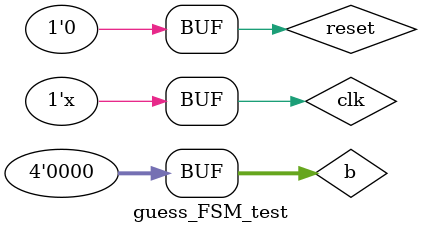
<source format=sv>
`timescale 1ns / 1 ps
module guess_FSM_test();
    
    reg clk, reset;
    reg [3:0] b;
    wire [4:0] y;
    wire win, lose;
    
guess_FSM gs( .clk(clk), .b(b), .reset(reset), .y(y), .win(win),
    .lose(lose) );

always begin
    clk = ~clk; #10;
end

initial begin
    clk = 0; reset = 0; b = 0; #10;
    reset = 1; #10;
    reset = 0; #10;
    
    b = 0; #10; //S1
    b = 0; #10; //S2
    b = 0; #10; //S3
    
    b = 0; #10; //S0
    b = 1; #10; //SWIN
    b = 2; #10; //SWIN
    
    b = 0; #10; //S0
    b = 2; #10; //SLOSE
    b = 1; #10; //SLOSE
    
    b = 0; #10; //S0
    b = 0; #10; //S1
    b = 2; #10; //SWIN
    b = 2; #10; //SWIN
    
    b = 0; #10; //S0
    b = 0; #10; //S1
    b = 1; #10; //SLOSE
    b = 1; #10; //SLOSE
    
    b = 0; #10; //S0
    b = 0; #10; //S1
    b = 0; #10; //S2
    b = 4; #10; //SWIN
    b = 2; #10; //SWIN
    b = 0; #10; //S0
    b = 0; #10; //S1
    b = 0; #10; //S2
    b = 1; #10; //SLOSE
    b = 1; #10; //SLOSE
    b = 0; #10; //S0
    
    b = 0; #10; //S1
    b = 0; #10; //S2
    b = 0; #10; //S3
    b = 8; #10; //SWIN
    b = 2; #10; //SWIN
    b = 0; #10; //S0
    b = 0; #10; //S1
    b = 0; #10; //S2
    b = 0; #10; //S3
    b = 1; #10; //SLOSE
    b = 1; #10; //SLOSE
    b = 0; #10; //S0
    
    
end
endmodule
</source>
